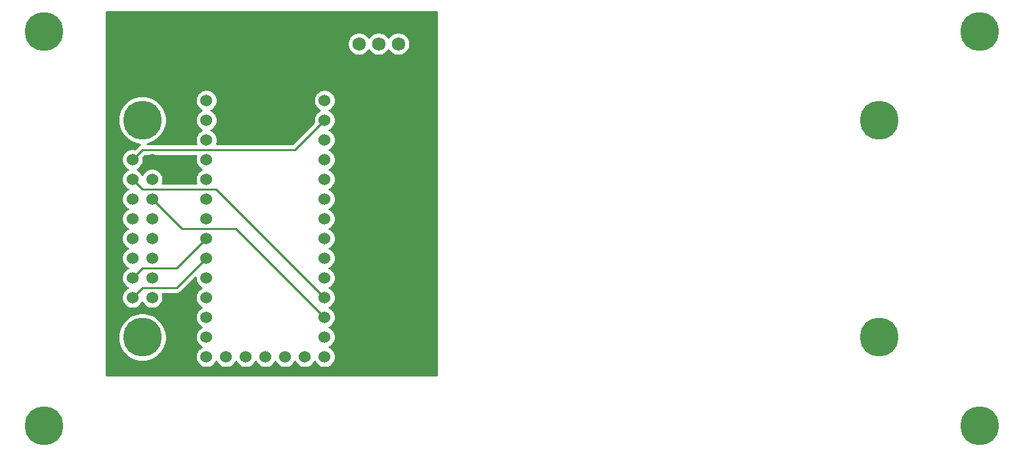
<source format=gbr>
G04 #@! TF.GenerationSoftware,KiCad,Pcbnew,(5.1.5)-3*
G04 #@! TF.CreationDate,2020-06-23T15:46:55-07:00*
G04 #@! TF.ProjectId,Display Board,44697370-6c61-4792-9042-6f6172642e6b,rev?*
G04 #@! TF.SameCoordinates,Original*
G04 #@! TF.FileFunction,Copper,L2,Bot*
G04 #@! TF.FilePolarity,Positive*
%FSLAX46Y46*%
G04 Gerber Fmt 4.6, Leading zero omitted, Abs format (unit mm)*
G04 Created by KiCad (PCBNEW (5.1.5)-3) date 2020-06-23 15:46:55*
%MOMM*%
%LPD*%
G04 APERTURE LIST*
%ADD10C,1.725000*%
%ADD11R,1.725000X1.725000*%
%ADD12C,5.000000*%
%ADD13C,1.524000*%
%ADD14C,0.250000*%
%ADD15C,0.254000*%
G04 APERTURE END LIST*
D10*
X123190000Y-71437500D03*
X128270000Y-71437500D03*
X125730000Y-71437500D03*
D11*
X130810000Y-71437500D03*
D12*
X203200000Y-120650000D03*
X203200000Y-69850000D03*
X82550000Y-120650000D03*
X82550000Y-69850000D03*
D13*
X116205000Y-111760000D03*
X103505000Y-111760000D03*
X103505000Y-109220000D03*
X103505000Y-106680000D03*
X103505000Y-104140000D03*
X103505000Y-101600000D03*
X103505000Y-99060000D03*
X103505000Y-96520000D03*
X103505000Y-93980000D03*
X103505000Y-91440000D03*
X103505000Y-88900000D03*
X103505000Y-86360000D03*
X103505000Y-83820000D03*
X103505000Y-81280000D03*
X103505000Y-78740000D03*
X118745000Y-111760000D03*
X118745000Y-109220000D03*
X118745000Y-106680000D03*
X118745000Y-104140000D03*
X118745000Y-101600000D03*
X118745000Y-99060000D03*
X118745000Y-96520000D03*
X118745000Y-93980000D03*
X118745000Y-91440000D03*
X118745000Y-88900000D03*
X118745000Y-86360000D03*
X118745000Y-83820000D03*
X118745000Y-81280000D03*
X118745000Y-78740000D03*
X106045000Y-111760000D03*
X108585000Y-111760000D03*
X111125000Y-111760000D03*
X113665000Y-111760000D03*
D12*
X95250000Y-81250000D03*
X95250000Y-109250000D03*
X190250000Y-109250000D03*
X190250000Y-81250000D03*
D13*
X93980000Y-104140000D03*
X96520000Y-104140000D03*
X93980000Y-101600000D03*
X96520000Y-101600000D03*
X93980000Y-99060000D03*
X96520000Y-99060000D03*
X93980000Y-96520000D03*
X96520000Y-96520000D03*
X93980000Y-93980000D03*
X96520000Y-93980000D03*
X93980000Y-91440000D03*
X96520000Y-91440000D03*
X93980000Y-88900000D03*
X96520000Y-88900000D03*
X93980000Y-86360000D03*
X96520000Y-86360000D03*
D14*
X95250000Y-102870000D02*
X94741999Y-103378001D01*
X94741999Y-103378001D02*
X93980000Y-104140000D01*
X103505000Y-99060000D02*
X99695000Y-102870000D01*
X99695000Y-102870000D02*
X95250000Y-102870000D01*
X94741999Y-100838001D02*
X93980000Y-101600000D01*
X95250000Y-100330000D02*
X94741999Y-100838001D01*
X103505000Y-96520000D02*
X99695000Y-100330000D01*
X99695000Y-100330000D02*
X95250000Y-100330000D01*
X97281999Y-92201999D02*
X96520000Y-91440000D01*
X118745000Y-106680000D02*
X107315000Y-95250000D01*
X100330000Y-95250000D02*
X97281999Y-92201999D01*
X107315000Y-95250000D02*
X100330000Y-95250000D01*
X95250000Y-90170000D02*
X94741999Y-89661999D01*
X94741999Y-89661999D02*
X93980000Y-88900000D01*
X118745000Y-104140000D02*
X104775000Y-90170000D01*
X104775000Y-90170000D02*
X95250000Y-90170000D01*
X117983001Y-82041999D02*
X118745000Y-81280000D01*
X114935000Y-85090000D02*
X117983001Y-82041999D01*
X93980000Y-86360000D02*
X95250000Y-85090000D01*
X95250000Y-85090000D02*
X114935000Y-85090000D01*
D15*
G36*
X133223000Y-114173000D02*
G01*
X90614500Y-114173000D01*
X90614500Y-108941229D01*
X92115000Y-108941229D01*
X92115000Y-109558771D01*
X92235476Y-110164446D01*
X92471799Y-110734979D01*
X92814886Y-111248446D01*
X93251554Y-111685114D01*
X93765021Y-112028201D01*
X94335554Y-112264524D01*
X94941229Y-112385000D01*
X95558771Y-112385000D01*
X96164446Y-112264524D01*
X96734979Y-112028201D01*
X97248446Y-111685114D01*
X97685114Y-111248446D01*
X98028201Y-110734979D01*
X98264524Y-110164446D01*
X98385000Y-109558771D01*
X98385000Y-108941229D01*
X98264524Y-108335554D01*
X98028201Y-107765021D01*
X97685114Y-107251554D01*
X97248446Y-106814886D01*
X96734979Y-106471799D01*
X96164446Y-106235476D01*
X95558771Y-106115000D01*
X94941229Y-106115000D01*
X94335554Y-106235476D01*
X93765021Y-106471799D01*
X93251554Y-106814886D01*
X92814886Y-107251554D01*
X92471799Y-107765021D01*
X92235476Y-108335554D01*
X92115000Y-108941229D01*
X90614500Y-108941229D01*
X90614500Y-80941229D01*
X92115000Y-80941229D01*
X92115000Y-81558771D01*
X92235476Y-82164446D01*
X92471799Y-82734979D01*
X92814886Y-83248446D01*
X93251554Y-83685114D01*
X93765021Y-84028201D01*
X94335554Y-84264524D01*
X94941229Y-84385000D01*
X94956732Y-84385000D01*
X94825724Y-84455026D01*
X94709999Y-84549999D01*
X94686201Y-84578997D01*
X94271570Y-84993628D01*
X94117592Y-84963000D01*
X93842408Y-84963000D01*
X93572510Y-85016686D01*
X93318273Y-85121995D01*
X93089465Y-85274880D01*
X92894880Y-85469465D01*
X92741995Y-85698273D01*
X92636686Y-85952510D01*
X92583000Y-86222408D01*
X92583000Y-86497592D01*
X92636686Y-86767490D01*
X92741995Y-87021727D01*
X92894880Y-87250535D01*
X93089465Y-87445120D01*
X93318273Y-87598005D01*
X93395515Y-87630000D01*
X93318273Y-87661995D01*
X93089465Y-87814880D01*
X92894880Y-88009465D01*
X92741995Y-88238273D01*
X92636686Y-88492510D01*
X92583000Y-88762408D01*
X92583000Y-89037592D01*
X92636686Y-89307490D01*
X92741995Y-89561727D01*
X92894880Y-89790535D01*
X93089465Y-89985120D01*
X93318273Y-90138005D01*
X93395515Y-90170000D01*
X93318273Y-90201995D01*
X93089465Y-90354880D01*
X92894880Y-90549465D01*
X92741995Y-90778273D01*
X92636686Y-91032510D01*
X92583000Y-91302408D01*
X92583000Y-91577592D01*
X92636686Y-91847490D01*
X92741995Y-92101727D01*
X92894880Y-92330535D01*
X93089465Y-92525120D01*
X93318273Y-92678005D01*
X93395515Y-92710000D01*
X93318273Y-92741995D01*
X93089465Y-92894880D01*
X92894880Y-93089465D01*
X92741995Y-93318273D01*
X92636686Y-93572510D01*
X92583000Y-93842408D01*
X92583000Y-94117592D01*
X92636686Y-94387490D01*
X92741995Y-94641727D01*
X92894880Y-94870535D01*
X93089465Y-95065120D01*
X93318273Y-95218005D01*
X93395515Y-95250000D01*
X93318273Y-95281995D01*
X93089465Y-95434880D01*
X92894880Y-95629465D01*
X92741995Y-95858273D01*
X92636686Y-96112510D01*
X92583000Y-96382408D01*
X92583000Y-96657592D01*
X92636686Y-96927490D01*
X92741995Y-97181727D01*
X92894880Y-97410535D01*
X93089465Y-97605120D01*
X93318273Y-97758005D01*
X93395515Y-97790000D01*
X93318273Y-97821995D01*
X93089465Y-97974880D01*
X92894880Y-98169465D01*
X92741995Y-98398273D01*
X92636686Y-98652510D01*
X92583000Y-98922408D01*
X92583000Y-99197592D01*
X92636686Y-99467490D01*
X92741995Y-99721727D01*
X92894880Y-99950535D01*
X93089465Y-100145120D01*
X93318273Y-100298005D01*
X93395515Y-100330000D01*
X93318273Y-100361995D01*
X93089465Y-100514880D01*
X92894880Y-100709465D01*
X92741995Y-100938273D01*
X92636686Y-101192510D01*
X92583000Y-101462408D01*
X92583000Y-101737592D01*
X92636686Y-102007490D01*
X92741995Y-102261727D01*
X92894880Y-102490535D01*
X93089465Y-102685120D01*
X93318273Y-102838005D01*
X93395515Y-102870000D01*
X93318273Y-102901995D01*
X93089465Y-103054880D01*
X92894880Y-103249465D01*
X92741995Y-103478273D01*
X92636686Y-103732510D01*
X92583000Y-104002408D01*
X92583000Y-104277592D01*
X92636686Y-104547490D01*
X92741995Y-104801727D01*
X92894880Y-105030535D01*
X93089465Y-105225120D01*
X93318273Y-105378005D01*
X93572510Y-105483314D01*
X93842408Y-105537000D01*
X94117592Y-105537000D01*
X94387490Y-105483314D01*
X94641727Y-105378005D01*
X94870535Y-105225120D01*
X95065120Y-105030535D01*
X95218005Y-104801727D01*
X95250000Y-104724485D01*
X95281995Y-104801727D01*
X95434880Y-105030535D01*
X95629465Y-105225120D01*
X95858273Y-105378005D01*
X96112510Y-105483314D01*
X96382408Y-105537000D01*
X96657592Y-105537000D01*
X96927490Y-105483314D01*
X97181727Y-105378005D01*
X97410535Y-105225120D01*
X97605120Y-105030535D01*
X97758005Y-104801727D01*
X97863314Y-104547490D01*
X97917000Y-104277592D01*
X97917000Y-104002408D01*
X97863314Y-103732510D01*
X97820853Y-103630000D01*
X99657678Y-103630000D01*
X99695000Y-103633676D01*
X99732322Y-103630000D01*
X99732333Y-103630000D01*
X99843986Y-103619003D01*
X99987247Y-103575546D01*
X100119276Y-103504974D01*
X100235001Y-103410001D01*
X100258804Y-103380997D01*
X102108000Y-101531801D01*
X102108000Y-101737592D01*
X102161686Y-102007490D01*
X102266995Y-102261727D01*
X102419880Y-102490535D01*
X102614465Y-102685120D01*
X102843273Y-102838005D01*
X102920515Y-102870000D01*
X102843273Y-102901995D01*
X102614465Y-103054880D01*
X102419880Y-103249465D01*
X102266995Y-103478273D01*
X102161686Y-103732510D01*
X102108000Y-104002408D01*
X102108000Y-104277592D01*
X102161686Y-104547490D01*
X102266995Y-104801727D01*
X102419880Y-105030535D01*
X102614465Y-105225120D01*
X102843273Y-105378005D01*
X102920515Y-105410000D01*
X102843273Y-105441995D01*
X102614465Y-105594880D01*
X102419880Y-105789465D01*
X102266995Y-106018273D01*
X102161686Y-106272510D01*
X102108000Y-106542408D01*
X102108000Y-106817592D01*
X102161686Y-107087490D01*
X102266995Y-107341727D01*
X102419880Y-107570535D01*
X102614465Y-107765120D01*
X102843273Y-107918005D01*
X102920515Y-107950000D01*
X102843273Y-107981995D01*
X102614465Y-108134880D01*
X102419880Y-108329465D01*
X102266995Y-108558273D01*
X102161686Y-108812510D01*
X102108000Y-109082408D01*
X102108000Y-109357592D01*
X102161686Y-109627490D01*
X102266995Y-109881727D01*
X102419880Y-110110535D01*
X102614465Y-110305120D01*
X102843273Y-110458005D01*
X102920515Y-110490000D01*
X102843273Y-110521995D01*
X102614465Y-110674880D01*
X102419880Y-110869465D01*
X102266995Y-111098273D01*
X102161686Y-111352510D01*
X102108000Y-111622408D01*
X102108000Y-111897592D01*
X102161686Y-112167490D01*
X102266995Y-112421727D01*
X102419880Y-112650535D01*
X102614465Y-112845120D01*
X102843273Y-112998005D01*
X103097510Y-113103314D01*
X103367408Y-113157000D01*
X103642592Y-113157000D01*
X103912490Y-113103314D01*
X104166727Y-112998005D01*
X104395535Y-112845120D01*
X104590120Y-112650535D01*
X104743005Y-112421727D01*
X104775000Y-112344485D01*
X104806995Y-112421727D01*
X104959880Y-112650535D01*
X105154465Y-112845120D01*
X105383273Y-112998005D01*
X105637510Y-113103314D01*
X105907408Y-113157000D01*
X106182592Y-113157000D01*
X106452490Y-113103314D01*
X106706727Y-112998005D01*
X106935535Y-112845120D01*
X107130120Y-112650535D01*
X107283005Y-112421727D01*
X107315000Y-112344485D01*
X107346995Y-112421727D01*
X107499880Y-112650535D01*
X107694465Y-112845120D01*
X107923273Y-112998005D01*
X108177510Y-113103314D01*
X108447408Y-113157000D01*
X108722592Y-113157000D01*
X108992490Y-113103314D01*
X109246727Y-112998005D01*
X109475535Y-112845120D01*
X109670120Y-112650535D01*
X109823005Y-112421727D01*
X109855000Y-112344485D01*
X109886995Y-112421727D01*
X110039880Y-112650535D01*
X110234465Y-112845120D01*
X110463273Y-112998005D01*
X110717510Y-113103314D01*
X110987408Y-113157000D01*
X111262592Y-113157000D01*
X111532490Y-113103314D01*
X111786727Y-112998005D01*
X112015535Y-112845120D01*
X112210120Y-112650535D01*
X112363005Y-112421727D01*
X112395000Y-112344485D01*
X112426995Y-112421727D01*
X112579880Y-112650535D01*
X112774465Y-112845120D01*
X113003273Y-112998005D01*
X113257510Y-113103314D01*
X113527408Y-113157000D01*
X113802592Y-113157000D01*
X114072490Y-113103314D01*
X114326727Y-112998005D01*
X114555535Y-112845120D01*
X114750120Y-112650535D01*
X114903005Y-112421727D01*
X114935000Y-112344485D01*
X114966995Y-112421727D01*
X115119880Y-112650535D01*
X115314465Y-112845120D01*
X115543273Y-112998005D01*
X115797510Y-113103314D01*
X116067408Y-113157000D01*
X116342592Y-113157000D01*
X116612490Y-113103314D01*
X116866727Y-112998005D01*
X117095535Y-112845120D01*
X117290120Y-112650535D01*
X117443005Y-112421727D01*
X117475000Y-112344485D01*
X117506995Y-112421727D01*
X117659880Y-112650535D01*
X117854465Y-112845120D01*
X118083273Y-112998005D01*
X118337510Y-113103314D01*
X118607408Y-113157000D01*
X118882592Y-113157000D01*
X119152490Y-113103314D01*
X119406727Y-112998005D01*
X119635535Y-112845120D01*
X119830120Y-112650535D01*
X119983005Y-112421727D01*
X120088314Y-112167490D01*
X120142000Y-111897592D01*
X120142000Y-111622408D01*
X120088314Y-111352510D01*
X119983005Y-111098273D01*
X119830120Y-110869465D01*
X119635535Y-110674880D01*
X119406727Y-110521995D01*
X119329485Y-110490000D01*
X119406727Y-110458005D01*
X119635535Y-110305120D01*
X119830120Y-110110535D01*
X119983005Y-109881727D01*
X120088314Y-109627490D01*
X120142000Y-109357592D01*
X120142000Y-109082408D01*
X120088314Y-108812510D01*
X119983005Y-108558273D01*
X119830120Y-108329465D01*
X119635535Y-108134880D01*
X119406727Y-107981995D01*
X119329485Y-107950000D01*
X119406727Y-107918005D01*
X119635535Y-107765120D01*
X119830120Y-107570535D01*
X119983005Y-107341727D01*
X120088314Y-107087490D01*
X120142000Y-106817592D01*
X120142000Y-106542408D01*
X120088314Y-106272510D01*
X119983005Y-106018273D01*
X119830120Y-105789465D01*
X119635535Y-105594880D01*
X119406727Y-105441995D01*
X119329485Y-105410000D01*
X119406727Y-105378005D01*
X119635535Y-105225120D01*
X119830120Y-105030535D01*
X119983005Y-104801727D01*
X120088314Y-104547490D01*
X120142000Y-104277592D01*
X120142000Y-104002408D01*
X120088314Y-103732510D01*
X119983005Y-103478273D01*
X119830120Y-103249465D01*
X119635535Y-103054880D01*
X119406727Y-102901995D01*
X119329485Y-102870000D01*
X119406727Y-102838005D01*
X119635535Y-102685120D01*
X119830120Y-102490535D01*
X119983005Y-102261727D01*
X120088314Y-102007490D01*
X120142000Y-101737592D01*
X120142000Y-101462408D01*
X120088314Y-101192510D01*
X119983005Y-100938273D01*
X119830120Y-100709465D01*
X119635535Y-100514880D01*
X119406727Y-100361995D01*
X119329485Y-100330000D01*
X119406727Y-100298005D01*
X119635535Y-100145120D01*
X119830120Y-99950535D01*
X119983005Y-99721727D01*
X120088314Y-99467490D01*
X120142000Y-99197592D01*
X120142000Y-98922408D01*
X120088314Y-98652510D01*
X119983005Y-98398273D01*
X119830120Y-98169465D01*
X119635535Y-97974880D01*
X119406727Y-97821995D01*
X119329485Y-97790000D01*
X119406727Y-97758005D01*
X119635535Y-97605120D01*
X119830120Y-97410535D01*
X119983005Y-97181727D01*
X120088314Y-96927490D01*
X120142000Y-96657592D01*
X120142000Y-96382408D01*
X120088314Y-96112510D01*
X119983005Y-95858273D01*
X119830120Y-95629465D01*
X119635535Y-95434880D01*
X119406727Y-95281995D01*
X119329485Y-95250000D01*
X119406727Y-95218005D01*
X119635535Y-95065120D01*
X119830120Y-94870535D01*
X119983005Y-94641727D01*
X120088314Y-94387490D01*
X120142000Y-94117592D01*
X120142000Y-93842408D01*
X120088314Y-93572510D01*
X119983005Y-93318273D01*
X119830120Y-93089465D01*
X119635535Y-92894880D01*
X119406727Y-92741995D01*
X119329485Y-92710000D01*
X119406727Y-92678005D01*
X119635535Y-92525120D01*
X119830120Y-92330535D01*
X119983005Y-92101727D01*
X120088314Y-91847490D01*
X120142000Y-91577592D01*
X120142000Y-91302408D01*
X120088314Y-91032510D01*
X119983005Y-90778273D01*
X119830120Y-90549465D01*
X119635535Y-90354880D01*
X119406727Y-90201995D01*
X119329485Y-90170000D01*
X119406727Y-90138005D01*
X119635535Y-89985120D01*
X119830120Y-89790535D01*
X119983005Y-89561727D01*
X120088314Y-89307490D01*
X120142000Y-89037592D01*
X120142000Y-88762408D01*
X120088314Y-88492510D01*
X119983005Y-88238273D01*
X119830120Y-88009465D01*
X119635535Y-87814880D01*
X119406727Y-87661995D01*
X119329485Y-87630000D01*
X119406727Y-87598005D01*
X119635535Y-87445120D01*
X119830120Y-87250535D01*
X119983005Y-87021727D01*
X120088314Y-86767490D01*
X120142000Y-86497592D01*
X120142000Y-86222408D01*
X120088314Y-85952510D01*
X119983005Y-85698273D01*
X119830120Y-85469465D01*
X119635535Y-85274880D01*
X119406727Y-85121995D01*
X119329485Y-85090000D01*
X119406727Y-85058005D01*
X119635535Y-84905120D01*
X119830120Y-84710535D01*
X119983005Y-84481727D01*
X120088314Y-84227490D01*
X120142000Y-83957592D01*
X120142000Y-83682408D01*
X120088314Y-83412510D01*
X119983005Y-83158273D01*
X119830120Y-82929465D01*
X119635535Y-82734880D01*
X119406727Y-82581995D01*
X119329485Y-82550000D01*
X119406727Y-82518005D01*
X119635535Y-82365120D01*
X119830120Y-82170535D01*
X119983005Y-81941727D01*
X120088314Y-81687490D01*
X120142000Y-81417592D01*
X120142000Y-81142408D01*
X120088314Y-80872510D01*
X119983005Y-80618273D01*
X119830120Y-80389465D01*
X119635535Y-80194880D01*
X119406727Y-80041995D01*
X119329485Y-80010000D01*
X119406727Y-79978005D01*
X119635535Y-79825120D01*
X119830120Y-79630535D01*
X119983005Y-79401727D01*
X120088314Y-79147490D01*
X120142000Y-78877592D01*
X120142000Y-78602408D01*
X120088314Y-78332510D01*
X119983005Y-78078273D01*
X119830120Y-77849465D01*
X119635535Y-77654880D01*
X119406727Y-77501995D01*
X119152490Y-77396686D01*
X118882592Y-77343000D01*
X118607408Y-77343000D01*
X118337510Y-77396686D01*
X118083273Y-77501995D01*
X117854465Y-77654880D01*
X117659880Y-77849465D01*
X117506995Y-78078273D01*
X117401686Y-78332510D01*
X117348000Y-78602408D01*
X117348000Y-78877592D01*
X117401686Y-79147490D01*
X117506995Y-79401727D01*
X117659880Y-79630535D01*
X117854465Y-79825120D01*
X118083273Y-79978005D01*
X118160515Y-80010000D01*
X118083273Y-80041995D01*
X117854465Y-80194880D01*
X117659880Y-80389465D01*
X117506995Y-80618273D01*
X117401686Y-80872510D01*
X117348000Y-81142408D01*
X117348000Y-81417592D01*
X117378628Y-81571570D01*
X114620199Y-84330000D01*
X104805853Y-84330000D01*
X104848314Y-84227490D01*
X104902000Y-83957592D01*
X104902000Y-83682408D01*
X104848314Y-83412510D01*
X104743005Y-83158273D01*
X104590120Y-82929465D01*
X104395535Y-82734880D01*
X104166727Y-82581995D01*
X104089485Y-82550000D01*
X104166727Y-82518005D01*
X104395535Y-82365120D01*
X104590120Y-82170535D01*
X104743005Y-81941727D01*
X104848314Y-81687490D01*
X104902000Y-81417592D01*
X104902000Y-81142408D01*
X104848314Y-80872510D01*
X104743005Y-80618273D01*
X104590120Y-80389465D01*
X104395535Y-80194880D01*
X104166727Y-80041995D01*
X104089485Y-80010000D01*
X104166727Y-79978005D01*
X104395535Y-79825120D01*
X104590120Y-79630535D01*
X104743005Y-79401727D01*
X104848314Y-79147490D01*
X104902000Y-78877592D01*
X104902000Y-78602408D01*
X104848314Y-78332510D01*
X104743005Y-78078273D01*
X104590120Y-77849465D01*
X104395535Y-77654880D01*
X104166727Y-77501995D01*
X103912490Y-77396686D01*
X103642592Y-77343000D01*
X103367408Y-77343000D01*
X103097510Y-77396686D01*
X102843273Y-77501995D01*
X102614465Y-77654880D01*
X102419880Y-77849465D01*
X102266995Y-78078273D01*
X102161686Y-78332510D01*
X102108000Y-78602408D01*
X102108000Y-78877592D01*
X102161686Y-79147490D01*
X102266995Y-79401727D01*
X102419880Y-79630535D01*
X102614465Y-79825120D01*
X102843273Y-79978005D01*
X102920515Y-80010000D01*
X102843273Y-80041995D01*
X102614465Y-80194880D01*
X102419880Y-80389465D01*
X102266995Y-80618273D01*
X102161686Y-80872510D01*
X102108000Y-81142408D01*
X102108000Y-81417592D01*
X102161686Y-81687490D01*
X102266995Y-81941727D01*
X102419880Y-82170535D01*
X102614465Y-82365120D01*
X102843273Y-82518005D01*
X102920515Y-82550000D01*
X102843273Y-82581995D01*
X102614465Y-82734880D01*
X102419880Y-82929465D01*
X102266995Y-83158273D01*
X102161686Y-83412510D01*
X102108000Y-83682408D01*
X102108000Y-83957592D01*
X102161686Y-84227490D01*
X102204147Y-84330000D01*
X95835275Y-84330000D01*
X96164446Y-84264524D01*
X96734979Y-84028201D01*
X97248446Y-83685114D01*
X97685114Y-83248446D01*
X98028201Y-82734979D01*
X98264524Y-82164446D01*
X98385000Y-81558771D01*
X98385000Y-80941229D01*
X98264524Y-80335554D01*
X98028201Y-79765021D01*
X97685114Y-79251554D01*
X97248446Y-78814886D01*
X96734979Y-78471799D01*
X96164446Y-78235476D01*
X95558771Y-78115000D01*
X94941229Y-78115000D01*
X94335554Y-78235476D01*
X93765021Y-78471799D01*
X93251554Y-78814886D01*
X92814886Y-79251554D01*
X92471799Y-79765021D01*
X92235476Y-80335554D01*
X92115000Y-80941229D01*
X90614500Y-80941229D01*
X90614500Y-71290009D01*
X121692500Y-71290009D01*
X121692500Y-71584991D01*
X121750048Y-71874305D01*
X121862933Y-72146832D01*
X122026816Y-72392101D01*
X122235399Y-72600684D01*
X122480668Y-72764567D01*
X122753195Y-72877452D01*
X123042509Y-72935000D01*
X123337491Y-72935000D01*
X123626805Y-72877452D01*
X123899332Y-72764567D01*
X124144601Y-72600684D01*
X124353184Y-72392101D01*
X124460000Y-72232239D01*
X124566816Y-72392101D01*
X124775399Y-72600684D01*
X125020668Y-72764567D01*
X125293195Y-72877452D01*
X125582509Y-72935000D01*
X125877491Y-72935000D01*
X126166805Y-72877452D01*
X126439332Y-72764567D01*
X126684601Y-72600684D01*
X126893184Y-72392101D01*
X127000000Y-72232239D01*
X127106816Y-72392101D01*
X127315399Y-72600684D01*
X127560668Y-72764567D01*
X127833195Y-72877452D01*
X128122509Y-72935000D01*
X128417491Y-72935000D01*
X128706805Y-72877452D01*
X128979332Y-72764567D01*
X129224601Y-72600684D01*
X129433184Y-72392101D01*
X129597067Y-72146832D01*
X129709952Y-71874305D01*
X129767500Y-71584991D01*
X129767500Y-71290009D01*
X129709952Y-71000695D01*
X129597067Y-70728168D01*
X129433184Y-70482899D01*
X129224601Y-70274316D01*
X128979332Y-70110433D01*
X128706805Y-69997548D01*
X128417491Y-69940000D01*
X128122509Y-69940000D01*
X127833195Y-69997548D01*
X127560668Y-70110433D01*
X127315399Y-70274316D01*
X127106816Y-70482899D01*
X127000000Y-70642761D01*
X126893184Y-70482899D01*
X126684601Y-70274316D01*
X126439332Y-70110433D01*
X126166805Y-69997548D01*
X125877491Y-69940000D01*
X125582509Y-69940000D01*
X125293195Y-69997548D01*
X125020668Y-70110433D01*
X124775399Y-70274316D01*
X124566816Y-70482899D01*
X124460000Y-70642761D01*
X124353184Y-70482899D01*
X124144601Y-70274316D01*
X123899332Y-70110433D01*
X123626805Y-69997548D01*
X123337491Y-69940000D01*
X123042509Y-69940000D01*
X122753195Y-69997548D01*
X122480668Y-70110433D01*
X122235399Y-70274316D01*
X122026816Y-70482899D01*
X121862933Y-70728168D01*
X121750048Y-71000695D01*
X121692500Y-71290009D01*
X90614500Y-71290009D01*
X90614500Y-67335000D01*
X133223000Y-67335000D01*
X133223000Y-114173000D01*
G37*
X133223000Y-114173000D02*
X90614500Y-114173000D01*
X90614500Y-108941229D01*
X92115000Y-108941229D01*
X92115000Y-109558771D01*
X92235476Y-110164446D01*
X92471799Y-110734979D01*
X92814886Y-111248446D01*
X93251554Y-111685114D01*
X93765021Y-112028201D01*
X94335554Y-112264524D01*
X94941229Y-112385000D01*
X95558771Y-112385000D01*
X96164446Y-112264524D01*
X96734979Y-112028201D01*
X97248446Y-111685114D01*
X97685114Y-111248446D01*
X98028201Y-110734979D01*
X98264524Y-110164446D01*
X98385000Y-109558771D01*
X98385000Y-108941229D01*
X98264524Y-108335554D01*
X98028201Y-107765021D01*
X97685114Y-107251554D01*
X97248446Y-106814886D01*
X96734979Y-106471799D01*
X96164446Y-106235476D01*
X95558771Y-106115000D01*
X94941229Y-106115000D01*
X94335554Y-106235476D01*
X93765021Y-106471799D01*
X93251554Y-106814886D01*
X92814886Y-107251554D01*
X92471799Y-107765021D01*
X92235476Y-108335554D01*
X92115000Y-108941229D01*
X90614500Y-108941229D01*
X90614500Y-80941229D01*
X92115000Y-80941229D01*
X92115000Y-81558771D01*
X92235476Y-82164446D01*
X92471799Y-82734979D01*
X92814886Y-83248446D01*
X93251554Y-83685114D01*
X93765021Y-84028201D01*
X94335554Y-84264524D01*
X94941229Y-84385000D01*
X94956732Y-84385000D01*
X94825724Y-84455026D01*
X94709999Y-84549999D01*
X94686201Y-84578997D01*
X94271570Y-84993628D01*
X94117592Y-84963000D01*
X93842408Y-84963000D01*
X93572510Y-85016686D01*
X93318273Y-85121995D01*
X93089465Y-85274880D01*
X92894880Y-85469465D01*
X92741995Y-85698273D01*
X92636686Y-85952510D01*
X92583000Y-86222408D01*
X92583000Y-86497592D01*
X92636686Y-86767490D01*
X92741995Y-87021727D01*
X92894880Y-87250535D01*
X93089465Y-87445120D01*
X93318273Y-87598005D01*
X93395515Y-87630000D01*
X93318273Y-87661995D01*
X93089465Y-87814880D01*
X92894880Y-88009465D01*
X92741995Y-88238273D01*
X92636686Y-88492510D01*
X92583000Y-88762408D01*
X92583000Y-89037592D01*
X92636686Y-89307490D01*
X92741995Y-89561727D01*
X92894880Y-89790535D01*
X93089465Y-89985120D01*
X93318273Y-90138005D01*
X93395515Y-90170000D01*
X93318273Y-90201995D01*
X93089465Y-90354880D01*
X92894880Y-90549465D01*
X92741995Y-90778273D01*
X92636686Y-91032510D01*
X92583000Y-91302408D01*
X92583000Y-91577592D01*
X92636686Y-91847490D01*
X92741995Y-92101727D01*
X92894880Y-92330535D01*
X93089465Y-92525120D01*
X93318273Y-92678005D01*
X93395515Y-92710000D01*
X93318273Y-92741995D01*
X93089465Y-92894880D01*
X92894880Y-93089465D01*
X92741995Y-93318273D01*
X92636686Y-93572510D01*
X92583000Y-93842408D01*
X92583000Y-94117592D01*
X92636686Y-94387490D01*
X92741995Y-94641727D01*
X92894880Y-94870535D01*
X93089465Y-95065120D01*
X93318273Y-95218005D01*
X93395515Y-95250000D01*
X93318273Y-95281995D01*
X93089465Y-95434880D01*
X92894880Y-95629465D01*
X92741995Y-95858273D01*
X92636686Y-96112510D01*
X92583000Y-96382408D01*
X92583000Y-96657592D01*
X92636686Y-96927490D01*
X92741995Y-97181727D01*
X92894880Y-97410535D01*
X93089465Y-97605120D01*
X93318273Y-97758005D01*
X93395515Y-97790000D01*
X93318273Y-97821995D01*
X93089465Y-97974880D01*
X92894880Y-98169465D01*
X92741995Y-98398273D01*
X92636686Y-98652510D01*
X92583000Y-98922408D01*
X92583000Y-99197592D01*
X92636686Y-99467490D01*
X92741995Y-99721727D01*
X92894880Y-99950535D01*
X93089465Y-100145120D01*
X93318273Y-100298005D01*
X93395515Y-100330000D01*
X93318273Y-100361995D01*
X93089465Y-100514880D01*
X92894880Y-100709465D01*
X92741995Y-100938273D01*
X92636686Y-101192510D01*
X92583000Y-101462408D01*
X92583000Y-101737592D01*
X92636686Y-102007490D01*
X92741995Y-102261727D01*
X92894880Y-102490535D01*
X93089465Y-102685120D01*
X93318273Y-102838005D01*
X93395515Y-102870000D01*
X93318273Y-102901995D01*
X93089465Y-103054880D01*
X92894880Y-103249465D01*
X92741995Y-103478273D01*
X92636686Y-103732510D01*
X92583000Y-104002408D01*
X92583000Y-104277592D01*
X92636686Y-104547490D01*
X92741995Y-104801727D01*
X92894880Y-105030535D01*
X93089465Y-105225120D01*
X93318273Y-105378005D01*
X93572510Y-105483314D01*
X93842408Y-105537000D01*
X94117592Y-105537000D01*
X94387490Y-105483314D01*
X94641727Y-105378005D01*
X94870535Y-105225120D01*
X95065120Y-105030535D01*
X95218005Y-104801727D01*
X95250000Y-104724485D01*
X95281995Y-104801727D01*
X95434880Y-105030535D01*
X95629465Y-105225120D01*
X95858273Y-105378005D01*
X96112510Y-105483314D01*
X96382408Y-105537000D01*
X96657592Y-105537000D01*
X96927490Y-105483314D01*
X97181727Y-105378005D01*
X97410535Y-105225120D01*
X97605120Y-105030535D01*
X97758005Y-104801727D01*
X97863314Y-104547490D01*
X97917000Y-104277592D01*
X97917000Y-104002408D01*
X97863314Y-103732510D01*
X97820853Y-103630000D01*
X99657678Y-103630000D01*
X99695000Y-103633676D01*
X99732322Y-103630000D01*
X99732333Y-103630000D01*
X99843986Y-103619003D01*
X99987247Y-103575546D01*
X100119276Y-103504974D01*
X100235001Y-103410001D01*
X100258804Y-103380997D01*
X102108000Y-101531801D01*
X102108000Y-101737592D01*
X102161686Y-102007490D01*
X102266995Y-102261727D01*
X102419880Y-102490535D01*
X102614465Y-102685120D01*
X102843273Y-102838005D01*
X102920515Y-102870000D01*
X102843273Y-102901995D01*
X102614465Y-103054880D01*
X102419880Y-103249465D01*
X102266995Y-103478273D01*
X102161686Y-103732510D01*
X102108000Y-104002408D01*
X102108000Y-104277592D01*
X102161686Y-104547490D01*
X102266995Y-104801727D01*
X102419880Y-105030535D01*
X102614465Y-105225120D01*
X102843273Y-105378005D01*
X102920515Y-105410000D01*
X102843273Y-105441995D01*
X102614465Y-105594880D01*
X102419880Y-105789465D01*
X102266995Y-106018273D01*
X102161686Y-106272510D01*
X102108000Y-106542408D01*
X102108000Y-106817592D01*
X102161686Y-107087490D01*
X102266995Y-107341727D01*
X102419880Y-107570535D01*
X102614465Y-107765120D01*
X102843273Y-107918005D01*
X102920515Y-107950000D01*
X102843273Y-107981995D01*
X102614465Y-108134880D01*
X102419880Y-108329465D01*
X102266995Y-108558273D01*
X102161686Y-108812510D01*
X102108000Y-109082408D01*
X102108000Y-109357592D01*
X102161686Y-109627490D01*
X102266995Y-109881727D01*
X102419880Y-110110535D01*
X102614465Y-110305120D01*
X102843273Y-110458005D01*
X102920515Y-110490000D01*
X102843273Y-110521995D01*
X102614465Y-110674880D01*
X102419880Y-110869465D01*
X102266995Y-111098273D01*
X102161686Y-111352510D01*
X102108000Y-111622408D01*
X102108000Y-111897592D01*
X102161686Y-112167490D01*
X102266995Y-112421727D01*
X102419880Y-112650535D01*
X102614465Y-112845120D01*
X102843273Y-112998005D01*
X103097510Y-113103314D01*
X103367408Y-113157000D01*
X103642592Y-113157000D01*
X103912490Y-113103314D01*
X104166727Y-112998005D01*
X104395535Y-112845120D01*
X104590120Y-112650535D01*
X104743005Y-112421727D01*
X104775000Y-112344485D01*
X104806995Y-112421727D01*
X104959880Y-112650535D01*
X105154465Y-112845120D01*
X105383273Y-112998005D01*
X105637510Y-113103314D01*
X105907408Y-113157000D01*
X106182592Y-113157000D01*
X106452490Y-113103314D01*
X106706727Y-112998005D01*
X106935535Y-112845120D01*
X107130120Y-112650535D01*
X107283005Y-112421727D01*
X107315000Y-112344485D01*
X107346995Y-112421727D01*
X107499880Y-112650535D01*
X107694465Y-112845120D01*
X107923273Y-112998005D01*
X108177510Y-113103314D01*
X108447408Y-113157000D01*
X108722592Y-113157000D01*
X108992490Y-113103314D01*
X109246727Y-112998005D01*
X109475535Y-112845120D01*
X109670120Y-112650535D01*
X109823005Y-112421727D01*
X109855000Y-112344485D01*
X109886995Y-112421727D01*
X110039880Y-112650535D01*
X110234465Y-112845120D01*
X110463273Y-112998005D01*
X110717510Y-113103314D01*
X110987408Y-113157000D01*
X111262592Y-113157000D01*
X111532490Y-113103314D01*
X111786727Y-112998005D01*
X112015535Y-112845120D01*
X112210120Y-112650535D01*
X112363005Y-112421727D01*
X112395000Y-112344485D01*
X112426995Y-112421727D01*
X112579880Y-112650535D01*
X112774465Y-112845120D01*
X113003273Y-112998005D01*
X113257510Y-113103314D01*
X113527408Y-113157000D01*
X113802592Y-113157000D01*
X114072490Y-113103314D01*
X114326727Y-112998005D01*
X114555535Y-112845120D01*
X114750120Y-112650535D01*
X114903005Y-112421727D01*
X114935000Y-112344485D01*
X114966995Y-112421727D01*
X115119880Y-112650535D01*
X115314465Y-112845120D01*
X115543273Y-112998005D01*
X115797510Y-113103314D01*
X116067408Y-113157000D01*
X116342592Y-113157000D01*
X116612490Y-113103314D01*
X116866727Y-112998005D01*
X117095535Y-112845120D01*
X117290120Y-112650535D01*
X117443005Y-112421727D01*
X117475000Y-112344485D01*
X117506995Y-112421727D01*
X117659880Y-112650535D01*
X117854465Y-112845120D01*
X118083273Y-112998005D01*
X118337510Y-113103314D01*
X118607408Y-113157000D01*
X118882592Y-113157000D01*
X119152490Y-113103314D01*
X119406727Y-112998005D01*
X119635535Y-112845120D01*
X119830120Y-112650535D01*
X119983005Y-112421727D01*
X120088314Y-112167490D01*
X120142000Y-111897592D01*
X120142000Y-111622408D01*
X120088314Y-111352510D01*
X119983005Y-111098273D01*
X119830120Y-110869465D01*
X119635535Y-110674880D01*
X119406727Y-110521995D01*
X119329485Y-110490000D01*
X119406727Y-110458005D01*
X119635535Y-110305120D01*
X119830120Y-110110535D01*
X119983005Y-109881727D01*
X120088314Y-109627490D01*
X120142000Y-109357592D01*
X120142000Y-109082408D01*
X120088314Y-108812510D01*
X119983005Y-108558273D01*
X119830120Y-108329465D01*
X119635535Y-108134880D01*
X119406727Y-107981995D01*
X119329485Y-107950000D01*
X119406727Y-107918005D01*
X119635535Y-107765120D01*
X119830120Y-107570535D01*
X119983005Y-107341727D01*
X120088314Y-107087490D01*
X120142000Y-106817592D01*
X120142000Y-106542408D01*
X120088314Y-106272510D01*
X119983005Y-106018273D01*
X119830120Y-105789465D01*
X119635535Y-105594880D01*
X119406727Y-105441995D01*
X119329485Y-105410000D01*
X119406727Y-105378005D01*
X119635535Y-105225120D01*
X119830120Y-105030535D01*
X119983005Y-104801727D01*
X120088314Y-104547490D01*
X120142000Y-104277592D01*
X120142000Y-104002408D01*
X120088314Y-103732510D01*
X119983005Y-103478273D01*
X119830120Y-103249465D01*
X119635535Y-103054880D01*
X119406727Y-102901995D01*
X119329485Y-102870000D01*
X119406727Y-102838005D01*
X119635535Y-102685120D01*
X119830120Y-102490535D01*
X119983005Y-102261727D01*
X120088314Y-102007490D01*
X120142000Y-101737592D01*
X120142000Y-101462408D01*
X120088314Y-101192510D01*
X119983005Y-100938273D01*
X119830120Y-100709465D01*
X119635535Y-100514880D01*
X119406727Y-100361995D01*
X119329485Y-100330000D01*
X119406727Y-100298005D01*
X119635535Y-100145120D01*
X119830120Y-99950535D01*
X119983005Y-99721727D01*
X120088314Y-99467490D01*
X120142000Y-99197592D01*
X120142000Y-98922408D01*
X120088314Y-98652510D01*
X119983005Y-98398273D01*
X119830120Y-98169465D01*
X119635535Y-97974880D01*
X119406727Y-97821995D01*
X119329485Y-97790000D01*
X119406727Y-97758005D01*
X119635535Y-97605120D01*
X119830120Y-97410535D01*
X119983005Y-97181727D01*
X120088314Y-96927490D01*
X120142000Y-96657592D01*
X120142000Y-96382408D01*
X120088314Y-96112510D01*
X119983005Y-95858273D01*
X119830120Y-95629465D01*
X119635535Y-95434880D01*
X119406727Y-95281995D01*
X119329485Y-95250000D01*
X119406727Y-95218005D01*
X119635535Y-95065120D01*
X119830120Y-94870535D01*
X119983005Y-94641727D01*
X120088314Y-94387490D01*
X120142000Y-94117592D01*
X120142000Y-93842408D01*
X120088314Y-93572510D01*
X119983005Y-93318273D01*
X119830120Y-93089465D01*
X119635535Y-92894880D01*
X119406727Y-92741995D01*
X119329485Y-92710000D01*
X119406727Y-92678005D01*
X119635535Y-92525120D01*
X119830120Y-92330535D01*
X119983005Y-92101727D01*
X120088314Y-91847490D01*
X120142000Y-91577592D01*
X120142000Y-91302408D01*
X120088314Y-91032510D01*
X119983005Y-90778273D01*
X119830120Y-90549465D01*
X119635535Y-90354880D01*
X119406727Y-90201995D01*
X119329485Y-90170000D01*
X119406727Y-90138005D01*
X119635535Y-89985120D01*
X119830120Y-89790535D01*
X119983005Y-89561727D01*
X120088314Y-89307490D01*
X120142000Y-89037592D01*
X120142000Y-88762408D01*
X120088314Y-88492510D01*
X119983005Y-88238273D01*
X119830120Y-88009465D01*
X119635535Y-87814880D01*
X119406727Y-87661995D01*
X119329485Y-87630000D01*
X119406727Y-87598005D01*
X119635535Y-87445120D01*
X119830120Y-87250535D01*
X119983005Y-87021727D01*
X120088314Y-86767490D01*
X120142000Y-86497592D01*
X120142000Y-86222408D01*
X120088314Y-85952510D01*
X119983005Y-85698273D01*
X119830120Y-85469465D01*
X119635535Y-85274880D01*
X119406727Y-85121995D01*
X119329485Y-85090000D01*
X119406727Y-85058005D01*
X119635535Y-84905120D01*
X119830120Y-84710535D01*
X119983005Y-84481727D01*
X120088314Y-84227490D01*
X120142000Y-83957592D01*
X120142000Y-83682408D01*
X120088314Y-83412510D01*
X119983005Y-83158273D01*
X119830120Y-82929465D01*
X119635535Y-82734880D01*
X119406727Y-82581995D01*
X119329485Y-82550000D01*
X119406727Y-82518005D01*
X119635535Y-82365120D01*
X119830120Y-82170535D01*
X119983005Y-81941727D01*
X120088314Y-81687490D01*
X120142000Y-81417592D01*
X120142000Y-81142408D01*
X120088314Y-80872510D01*
X119983005Y-80618273D01*
X119830120Y-80389465D01*
X119635535Y-80194880D01*
X119406727Y-80041995D01*
X119329485Y-80010000D01*
X119406727Y-79978005D01*
X119635535Y-79825120D01*
X119830120Y-79630535D01*
X119983005Y-79401727D01*
X120088314Y-79147490D01*
X120142000Y-78877592D01*
X120142000Y-78602408D01*
X120088314Y-78332510D01*
X119983005Y-78078273D01*
X119830120Y-77849465D01*
X119635535Y-77654880D01*
X119406727Y-77501995D01*
X119152490Y-77396686D01*
X118882592Y-77343000D01*
X118607408Y-77343000D01*
X118337510Y-77396686D01*
X118083273Y-77501995D01*
X117854465Y-77654880D01*
X117659880Y-77849465D01*
X117506995Y-78078273D01*
X117401686Y-78332510D01*
X117348000Y-78602408D01*
X117348000Y-78877592D01*
X117401686Y-79147490D01*
X117506995Y-79401727D01*
X117659880Y-79630535D01*
X117854465Y-79825120D01*
X118083273Y-79978005D01*
X118160515Y-80010000D01*
X118083273Y-80041995D01*
X117854465Y-80194880D01*
X117659880Y-80389465D01*
X117506995Y-80618273D01*
X117401686Y-80872510D01*
X117348000Y-81142408D01*
X117348000Y-81417592D01*
X117378628Y-81571570D01*
X114620199Y-84330000D01*
X104805853Y-84330000D01*
X104848314Y-84227490D01*
X104902000Y-83957592D01*
X104902000Y-83682408D01*
X104848314Y-83412510D01*
X104743005Y-83158273D01*
X104590120Y-82929465D01*
X104395535Y-82734880D01*
X104166727Y-82581995D01*
X104089485Y-82550000D01*
X104166727Y-82518005D01*
X104395535Y-82365120D01*
X104590120Y-82170535D01*
X104743005Y-81941727D01*
X104848314Y-81687490D01*
X104902000Y-81417592D01*
X104902000Y-81142408D01*
X104848314Y-80872510D01*
X104743005Y-80618273D01*
X104590120Y-80389465D01*
X104395535Y-80194880D01*
X104166727Y-80041995D01*
X104089485Y-80010000D01*
X104166727Y-79978005D01*
X104395535Y-79825120D01*
X104590120Y-79630535D01*
X104743005Y-79401727D01*
X104848314Y-79147490D01*
X104902000Y-78877592D01*
X104902000Y-78602408D01*
X104848314Y-78332510D01*
X104743005Y-78078273D01*
X104590120Y-77849465D01*
X104395535Y-77654880D01*
X104166727Y-77501995D01*
X103912490Y-77396686D01*
X103642592Y-77343000D01*
X103367408Y-77343000D01*
X103097510Y-77396686D01*
X102843273Y-77501995D01*
X102614465Y-77654880D01*
X102419880Y-77849465D01*
X102266995Y-78078273D01*
X102161686Y-78332510D01*
X102108000Y-78602408D01*
X102108000Y-78877592D01*
X102161686Y-79147490D01*
X102266995Y-79401727D01*
X102419880Y-79630535D01*
X102614465Y-79825120D01*
X102843273Y-79978005D01*
X102920515Y-80010000D01*
X102843273Y-80041995D01*
X102614465Y-80194880D01*
X102419880Y-80389465D01*
X102266995Y-80618273D01*
X102161686Y-80872510D01*
X102108000Y-81142408D01*
X102108000Y-81417592D01*
X102161686Y-81687490D01*
X102266995Y-81941727D01*
X102419880Y-82170535D01*
X102614465Y-82365120D01*
X102843273Y-82518005D01*
X102920515Y-82550000D01*
X102843273Y-82581995D01*
X102614465Y-82734880D01*
X102419880Y-82929465D01*
X102266995Y-83158273D01*
X102161686Y-83412510D01*
X102108000Y-83682408D01*
X102108000Y-83957592D01*
X102161686Y-84227490D01*
X102204147Y-84330000D01*
X95835275Y-84330000D01*
X96164446Y-84264524D01*
X96734979Y-84028201D01*
X97248446Y-83685114D01*
X97685114Y-83248446D01*
X98028201Y-82734979D01*
X98264524Y-82164446D01*
X98385000Y-81558771D01*
X98385000Y-80941229D01*
X98264524Y-80335554D01*
X98028201Y-79765021D01*
X97685114Y-79251554D01*
X97248446Y-78814886D01*
X96734979Y-78471799D01*
X96164446Y-78235476D01*
X95558771Y-78115000D01*
X94941229Y-78115000D01*
X94335554Y-78235476D01*
X93765021Y-78471799D01*
X93251554Y-78814886D01*
X92814886Y-79251554D01*
X92471799Y-79765021D01*
X92235476Y-80335554D01*
X92115000Y-80941229D01*
X90614500Y-80941229D01*
X90614500Y-71290009D01*
X121692500Y-71290009D01*
X121692500Y-71584991D01*
X121750048Y-71874305D01*
X121862933Y-72146832D01*
X122026816Y-72392101D01*
X122235399Y-72600684D01*
X122480668Y-72764567D01*
X122753195Y-72877452D01*
X123042509Y-72935000D01*
X123337491Y-72935000D01*
X123626805Y-72877452D01*
X123899332Y-72764567D01*
X124144601Y-72600684D01*
X124353184Y-72392101D01*
X124460000Y-72232239D01*
X124566816Y-72392101D01*
X124775399Y-72600684D01*
X125020668Y-72764567D01*
X125293195Y-72877452D01*
X125582509Y-72935000D01*
X125877491Y-72935000D01*
X126166805Y-72877452D01*
X126439332Y-72764567D01*
X126684601Y-72600684D01*
X126893184Y-72392101D01*
X127000000Y-72232239D01*
X127106816Y-72392101D01*
X127315399Y-72600684D01*
X127560668Y-72764567D01*
X127833195Y-72877452D01*
X128122509Y-72935000D01*
X128417491Y-72935000D01*
X128706805Y-72877452D01*
X128979332Y-72764567D01*
X129224601Y-72600684D01*
X129433184Y-72392101D01*
X129597067Y-72146832D01*
X129709952Y-71874305D01*
X129767500Y-71584991D01*
X129767500Y-71290009D01*
X129709952Y-71000695D01*
X129597067Y-70728168D01*
X129433184Y-70482899D01*
X129224601Y-70274316D01*
X128979332Y-70110433D01*
X128706805Y-69997548D01*
X128417491Y-69940000D01*
X128122509Y-69940000D01*
X127833195Y-69997548D01*
X127560668Y-70110433D01*
X127315399Y-70274316D01*
X127106816Y-70482899D01*
X127000000Y-70642761D01*
X126893184Y-70482899D01*
X126684601Y-70274316D01*
X126439332Y-70110433D01*
X126166805Y-69997548D01*
X125877491Y-69940000D01*
X125582509Y-69940000D01*
X125293195Y-69997548D01*
X125020668Y-70110433D01*
X124775399Y-70274316D01*
X124566816Y-70482899D01*
X124460000Y-70642761D01*
X124353184Y-70482899D01*
X124144601Y-70274316D01*
X123899332Y-70110433D01*
X123626805Y-69997548D01*
X123337491Y-69940000D01*
X123042509Y-69940000D01*
X122753195Y-69997548D01*
X122480668Y-70110433D01*
X122235399Y-70274316D01*
X122026816Y-70482899D01*
X121862933Y-70728168D01*
X121750048Y-71000695D01*
X121692500Y-71290009D01*
X90614500Y-71290009D01*
X90614500Y-67335000D01*
X133223000Y-67335000D01*
X133223000Y-114173000D01*
G36*
X102161686Y-85952510D02*
G01*
X102108000Y-86222408D01*
X102108000Y-86497592D01*
X102161686Y-86767490D01*
X102266995Y-87021727D01*
X102419880Y-87250535D01*
X102614465Y-87445120D01*
X102843273Y-87598005D01*
X102920515Y-87630000D01*
X102843273Y-87661995D01*
X102614465Y-87814880D01*
X102419880Y-88009465D01*
X102266995Y-88238273D01*
X102161686Y-88492510D01*
X102108000Y-88762408D01*
X102108000Y-89037592D01*
X102161686Y-89307490D01*
X102204147Y-89410000D01*
X97820853Y-89410000D01*
X97863314Y-89307490D01*
X97917000Y-89037592D01*
X97917000Y-88762408D01*
X97863314Y-88492510D01*
X97758005Y-88238273D01*
X97605120Y-88009465D01*
X97410535Y-87814880D01*
X97181727Y-87661995D01*
X96927490Y-87556686D01*
X96657592Y-87503000D01*
X96382408Y-87503000D01*
X96112510Y-87556686D01*
X95858273Y-87661995D01*
X95629465Y-87814880D01*
X95434880Y-88009465D01*
X95281995Y-88238273D01*
X95250000Y-88315515D01*
X95218005Y-88238273D01*
X95065120Y-88009465D01*
X94870535Y-87814880D01*
X94641727Y-87661995D01*
X94564485Y-87630000D01*
X94641727Y-87598005D01*
X94870535Y-87445120D01*
X95065120Y-87250535D01*
X95218005Y-87021727D01*
X95323314Y-86767490D01*
X95377000Y-86497592D01*
X95377000Y-86222408D01*
X95346372Y-86068430D01*
X95564802Y-85850000D01*
X102204147Y-85850000D01*
X102161686Y-85952510D01*
G37*
X102161686Y-85952510D02*
X102108000Y-86222408D01*
X102108000Y-86497592D01*
X102161686Y-86767490D01*
X102266995Y-87021727D01*
X102419880Y-87250535D01*
X102614465Y-87445120D01*
X102843273Y-87598005D01*
X102920515Y-87630000D01*
X102843273Y-87661995D01*
X102614465Y-87814880D01*
X102419880Y-88009465D01*
X102266995Y-88238273D01*
X102161686Y-88492510D01*
X102108000Y-88762408D01*
X102108000Y-89037592D01*
X102161686Y-89307490D01*
X102204147Y-89410000D01*
X97820853Y-89410000D01*
X97863314Y-89307490D01*
X97917000Y-89037592D01*
X97917000Y-88762408D01*
X97863314Y-88492510D01*
X97758005Y-88238273D01*
X97605120Y-88009465D01*
X97410535Y-87814880D01*
X97181727Y-87661995D01*
X96927490Y-87556686D01*
X96657592Y-87503000D01*
X96382408Y-87503000D01*
X96112510Y-87556686D01*
X95858273Y-87661995D01*
X95629465Y-87814880D01*
X95434880Y-88009465D01*
X95281995Y-88238273D01*
X95250000Y-88315515D01*
X95218005Y-88238273D01*
X95065120Y-88009465D01*
X94870535Y-87814880D01*
X94641727Y-87661995D01*
X94564485Y-87630000D01*
X94641727Y-87598005D01*
X94870535Y-87445120D01*
X95065120Y-87250535D01*
X95218005Y-87021727D01*
X95323314Y-86767490D01*
X95377000Y-86497592D01*
X95377000Y-86222408D01*
X95346372Y-86068430D01*
X95564802Y-85850000D01*
X102204147Y-85850000D01*
X102161686Y-85952510D01*
M02*

</source>
